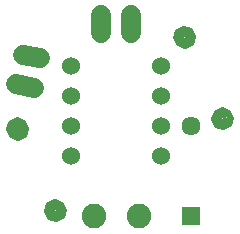
<source format=gbs>
G75*
%MOIN*%
%OFA0B0*%
%FSLAX25Y25*%
%IPPOS*%
%LPD*%
%AMOC8*
5,1,8,0,0,1.08239X$1,22.5*
%
%ADD10C,0.06000*%
%ADD11C,0.01480*%
%ADD12C,0.08200*%
%ADD13C,0.06737*%
%ADD14C,0.06343*%
%ADD15R,0.06343X0.06343*%
D10*
X0029487Y0033798D03*
X0029487Y0043798D03*
X0029487Y0053798D03*
X0029487Y0063798D03*
X0059487Y0063798D03*
X0059487Y0053798D03*
X0059487Y0043798D03*
X0059487Y0033798D03*
D11*
X0024847Y0018093D02*
X0024107Y0018833D01*
X0026410Y0017995D01*
X0027446Y0015772D01*
X0026608Y0013469D01*
X0024385Y0012433D01*
X0022082Y0013271D01*
X0021046Y0015494D01*
X0021884Y0017797D01*
X0024107Y0018833D01*
X0024159Y0017633D01*
X0025598Y0017109D01*
X0026246Y0015720D01*
X0025722Y0014281D01*
X0024333Y0013633D01*
X0022894Y0014157D01*
X0022246Y0015546D01*
X0022770Y0016985D01*
X0024159Y0017633D01*
X0024211Y0016432D01*
X0024787Y0016223D01*
X0025045Y0015668D01*
X0024836Y0015092D01*
X0024281Y0014834D01*
X0023705Y0015043D01*
X0023447Y0015598D01*
X0023656Y0016174D01*
X0024211Y0016432D01*
X0012169Y0045282D02*
X0011429Y0046022D01*
X0013732Y0045184D01*
X0014768Y0042961D01*
X0013930Y0040658D01*
X0011707Y0039622D01*
X0009404Y0040460D01*
X0008368Y0042683D01*
X0009206Y0044986D01*
X0011429Y0046022D01*
X0011481Y0044822D01*
X0012920Y0044298D01*
X0013568Y0042909D01*
X0013044Y0041470D01*
X0011655Y0040822D01*
X0010216Y0041346D01*
X0009568Y0042735D01*
X0010092Y0044174D01*
X0011481Y0044822D01*
X0011533Y0043621D01*
X0012109Y0043412D01*
X0012367Y0042857D01*
X0012158Y0042281D01*
X0011603Y0042023D01*
X0011027Y0042232D01*
X0010769Y0042787D01*
X0010978Y0043363D01*
X0011533Y0043621D01*
X0067847Y0075903D02*
X0067107Y0076643D01*
X0069410Y0075805D01*
X0070446Y0073582D01*
X0069608Y0071279D01*
X0067385Y0070243D01*
X0065082Y0071081D01*
X0064046Y0073304D01*
X0064884Y0075607D01*
X0067107Y0076643D01*
X0067159Y0075443D01*
X0068598Y0074919D01*
X0069246Y0073530D01*
X0068722Y0072091D01*
X0067333Y0071443D01*
X0065894Y0071967D01*
X0065246Y0073356D01*
X0065770Y0074795D01*
X0067159Y0075443D01*
X0067211Y0074242D01*
X0067787Y0074033D01*
X0068045Y0073478D01*
X0067836Y0072902D01*
X0067281Y0072644D01*
X0066705Y0072853D01*
X0066447Y0073408D01*
X0066656Y0073984D01*
X0067211Y0074242D01*
X0080525Y0048714D02*
X0079785Y0049454D01*
X0082088Y0048616D01*
X0083124Y0046393D01*
X0082286Y0044090D01*
X0080063Y0043054D01*
X0077760Y0043892D01*
X0076724Y0046115D01*
X0077562Y0048418D01*
X0079785Y0049454D01*
X0079837Y0048254D01*
X0081276Y0047730D01*
X0081924Y0046341D01*
X0081400Y0044902D01*
X0080011Y0044254D01*
X0078572Y0044778D01*
X0077924Y0046167D01*
X0078448Y0047606D01*
X0079837Y0048254D01*
X0079889Y0047053D01*
X0080465Y0046844D01*
X0080723Y0046289D01*
X0080514Y0045713D01*
X0079959Y0045455D01*
X0079383Y0045664D01*
X0079125Y0046219D01*
X0079334Y0046795D01*
X0079889Y0047053D01*
D12*
X0051987Y0013798D03*
X0036987Y0013798D03*
D13*
X0016965Y0056622D02*
X0011158Y0057857D01*
X0013237Y0067638D02*
X0019044Y0066404D01*
X0039487Y0074830D02*
X0039487Y0080767D01*
X0049487Y0080767D02*
X0049487Y0074830D01*
D14*
X0069487Y0043798D03*
D15*
X0069487Y0013798D03*
M02*

</source>
